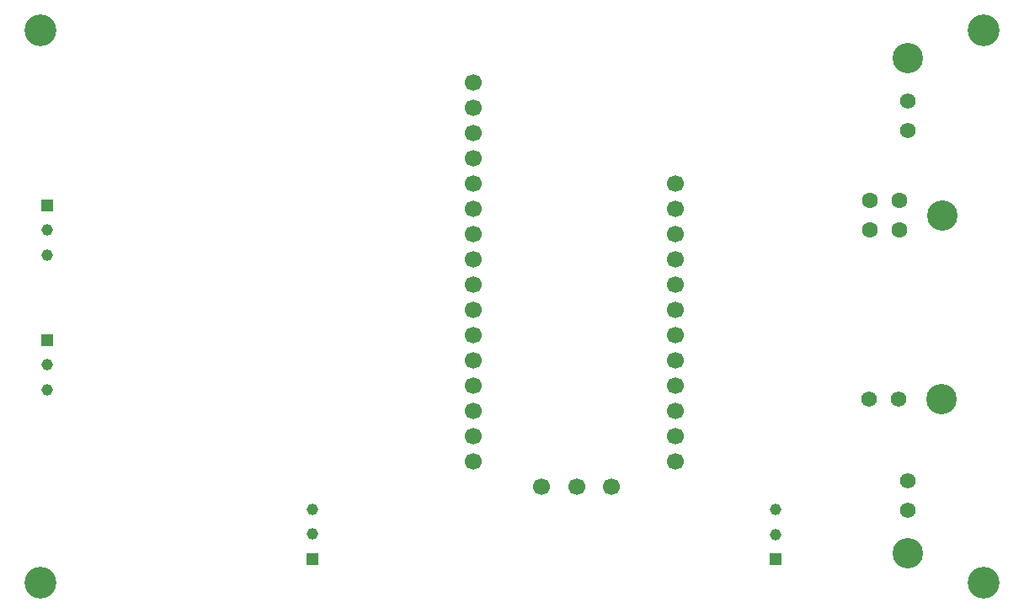
<source format=gbr>
%TF.GenerationSoftware,KiCad,Pcbnew,8.0.6*%
%TF.CreationDate,2025-01-29T18:48:29-08:00*%
%TF.ProjectId,SMV H and S Board,534d5620-4820-4616-9e64-205320426f61,rev?*%
%TF.SameCoordinates,Original*%
%TF.FileFunction,Soldermask,Bot*%
%TF.FilePolarity,Negative*%
%FSLAX46Y46*%
G04 Gerber Fmt 4.6, Leading zero omitted, Abs format (unit mm)*
G04 Created by KiCad (PCBNEW 8.0.6) date 2025-01-29 18:48:29*
%MOMM*%
%LPD*%
G01*
G04 APERTURE LIST*
%ADD10C,3.200000*%
%ADD11C,1.700000*%
%ADD12R,1.150000X1.150000*%
%ADD13C,1.150000*%
%ADD14C,3.048000*%
%ADD15C,1.574800*%
%ADD16C,3.050000*%
%ADD17C,1.605000*%
G04 APERTURE END LIST*
D10*
%TO.C,REF\u002A\u002A*%
X96275000Y-81425000D03*
%TD*%
D11*
%TO.C,RP1*%
X160160000Y-41340000D03*
X160160000Y-43880000D03*
X160160000Y-46420000D03*
X160160000Y-48960000D03*
X160160000Y-51500000D03*
X160160000Y-54040000D03*
X160160000Y-56580000D03*
X160160000Y-59120000D03*
X160160000Y-61660000D03*
X160160000Y-64200000D03*
X160160000Y-66740000D03*
X160160000Y-69280000D03*
X139776500Y-69280000D03*
X139776500Y-66740000D03*
X139776500Y-64200000D03*
X139776500Y-61660000D03*
X139776500Y-59120000D03*
X139776500Y-56580000D03*
X139776500Y-54040000D03*
X139776500Y-51500000D03*
X139776500Y-48960000D03*
X139776500Y-46420000D03*
X139776500Y-43880000D03*
X139776500Y-41340000D03*
X139776500Y-38800000D03*
X139776500Y-36260000D03*
X139776500Y-33720000D03*
X139776500Y-31180000D03*
X153690500Y-71820000D03*
X150190500Y-71820000D03*
X146690500Y-71820000D03*
%TD*%
D12*
%TO.C,Brake Pedal*%
X96950002Y-43504010D03*
D13*
X96950002Y-46004010D03*
X96950002Y-48504010D03*
%TD*%
D12*
%TO.C,CAN*%
X170200000Y-79100000D03*
D13*
X170200000Y-76600000D03*
X170200000Y-74100000D03*
%TD*%
D12*
%TO.C,Gas Pedal*%
X96972749Y-57025002D03*
D13*
X96972749Y-59525002D03*
X96972749Y-62025002D03*
%TD*%
D10*
%TO.C,REF\u002A\u002A*%
X96275000Y-25900000D03*
%TD*%
D14*
%TO.C,Horn*%
X186900000Y-63000000D03*
D15*
X182579998Y-63000000D03*
X179579999Y-63000000D03*
%TD*%
D16*
%TO.C,Wipers*%
X187000000Y-44500000D03*
D17*
X182680000Y-43000000D03*
X182680000Y-46000000D03*
X179680000Y-43000000D03*
X179680000Y-46000000D03*
%TD*%
D10*
%TO.C,REF\u002A\u002A*%
X191125000Y-25875000D03*
%TD*%
D14*
%TO.C,Power*%
X183500000Y-28669299D03*
D15*
X183500000Y-32989301D03*
X183500000Y-35989300D03*
%TD*%
D12*
%TO.C,CAN*%
X123649999Y-79070990D03*
D13*
X123649999Y-76570990D03*
X123649999Y-74070990D03*
%TD*%
D10*
%TO.C,REF\u002A\u002A*%
X191125000Y-81425000D03*
%TD*%
D14*
%TO.C,Power*%
X183500000Y-78500000D03*
D15*
X183500000Y-74179998D03*
X183500000Y-71179999D03*
%TD*%
M02*

</source>
